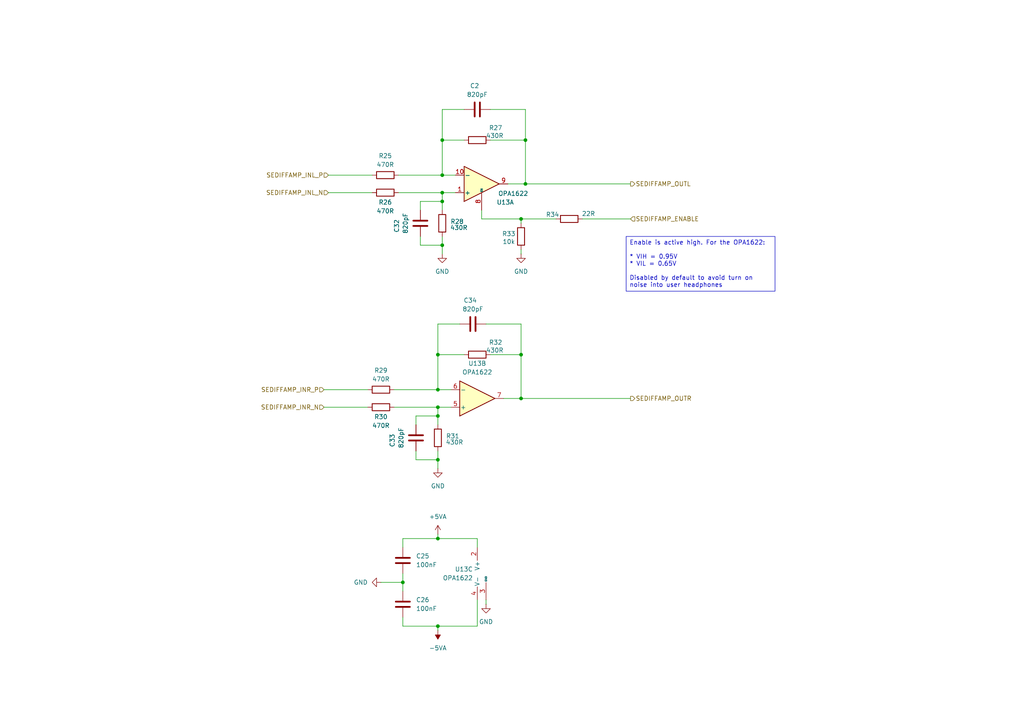
<source format=kicad_sch>
(kicad_sch
	(version 20231120)
	(generator "eeschema")
	(generator_version "8.0")
	(uuid "46046eca-2e97-49c6-b808-f8397cd57470")
	(paper "A4")
	(title_block
		(title "mahaudio HiFi DAC for RPi - Single Ended Difference Amp")
		(date "2024-09-19")
		(rev "1")
		(company "mahaudio")
	)
	(lib_symbols
		(symbol "Amplifier_Audio:OPA1622"
			(pin_names
				(offset 0.127)
			)
			(exclude_from_sim no)
			(in_bom yes)
			(on_board yes)
			(property "Reference" "U"
				(at 3.81 6.35 0)
				(effects
					(font
						(size 1.27 1.27)
					)
					(justify left)
				)
			)
			(property "Value" "OPA1622"
				(at 3.81 3.81 0)
				(effects
					(font
						(size 1.27 1.27)
					)
					(justify left)
				)
			)
			(property "Footprint" "Package_SON:Texas_S-PVSON-N10"
				(at 0 -10.16 0)
				(effects
					(font
						(size 1.27 1.27)
					)
					(hide yes)
				)
			)
			(property "Datasheet" "http://www.ti.com/lit/ds/symlink/opa1622.pdf"
				(at 0 0 0)
				(effects
					(font
						(size 1.27 1.27)
					)
					(hide yes)
				)
			)
			(property "Description" "High-Fidelity, Bipolar-Input, Audio Operational Amplifier, VSON-10"
				(at 0 0 0)
				(effects
					(font
						(size 1.27 1.27)
					)
					(hide yes)
				)
			)
			(property "ki_locked" ""
				(at 0 0 0)
				(effects
					(font
						(size 1.27 1.27)
					)
				)
			)
			(property "ki_keywords" "dual opamp audio"
				(at 0 0 0)
				(effects
					(font
						(size 1.27 1.27)
					)
					(hide yes)
				)
			)
			(property "ki_fp_filters" "Texas*PVSON*"
				(at 0 0 0)
				(effects
					(font
						(size 1.27 1.27)
					)
					(hide yes)
				)
			)
			(symbol "OPA1622_1_1"
				(polyline
					(pts
						(xy -5.08 5.08) (xy 5.08 0) (xy -5.08 -5.08) (xy -5.08 5.08) (xy -5.08 5.08)
					)
					(stroke
						(width 0.254)
						(type default)
					)
					(fill
						(type background)
					)
				)
				(pin input line
					(at -7.62 2.54 0)
					(length 2.54)
					(name "+"
						(effects
							(font
								(size 1.27 1.27)
							)
						)
					)
					(number "1"
						(effects
							(font
								(size 1.27 1.27)
							)
						)
					)
				)
				(pin input line
					(at -7.62 -2.54 0)
					(length 2.54)
					(name "-"
						(effects
							(font
								(size 1.27 1.27)
							)
						)
					)
					(number "10"
						(effects
							(font
								(size 1.27 1.27)
							)
						)
					)
				)
				(pin input line
					(at 0 7.62 270)
					(length 5.08)
					(name "EN"
						(effects
							(font
								(size 0.508 0.508)
							)
						)
					)
					(number "8"
						(effects
							(font
								(size 1.27 1.27)
							)
						)
					)
				)
				(pin output line
					(at 7.62 0 180)
					(length 2.54)
					(name "~"
						(effects
							(font
								(size 1.27 1.27)
							)
						)
					)
					(number "9"
						(effects
							(font
								(size 1.27 1.27)
							)
						)
					)
				)
			)
			(symbol "OPA1622_2_1"
				(polyline
					(pts
						(xy -5.08 5.08) (xy 5.08 0) (xy -5.08 -5.08) (xy -5.08 5.08) (xy -5.08 5.08)
					)
					(stroke
						(width 0.254)
						(type default)
					)
					(fill
						(type background)
					)
				)
				(pin input line
					(at -7.62 2.54 0)
					(length 2.54)
					(name "+"
						(effects
							(font
								(size 1.27 1.27)
							)
						)
					)
					(number "5"
						(effects
							(font
								(size 1.27 1.27)
							)
						)
					)
				)
				(pin input line
					(at -7.62 -2.54 0)
					(length 2.54)
					(name "-"
						(effects
							(font
								(size 1.27 1.27)
							)
						)
					)
					(number "6"
						(effects
							(font
								(size 1.27 1.27)
							)
						)
					)
				)
				(pin output line
					(at 7.62 0 180)
					(length 2.54)
					(name "~"
						(effects
							(font
								(size 1.27 1.27)
							)
						)
					)
					(number "7"
						(effects
							(font
								(size 1.27 1.27)
							)
						)
					)
				)
			)
			(symbol "OPA1622_3_1"
				(pin passive line
					(at -2.54 -7.62 90)
					(length 3.81) hide
					(name "V-"
						(effects
							(font
								(size 1.27 1.27)
							)
						)
					)
					(number "11"
						(effects
							(font
								(size 1.27 1.27)
							)
						)
					)
				)
				(pin power_in line
					(at -2.54 7.62 270)
					(length 3.81)
					(name "V+"
						(effects
							(font
								(size 1.27 1.27)
							)
						)
					)
					(number "2"
						(effects
							(font
								(size 1.27 1.27)
							)
						)
					)
				)
				(pin power_in line
					(at 0 -7.62 90)
					(length 5.08)
					(name "GND"
						(effects
							(font
								(size 0.508 0.508)
							)
						)
					)
					(number "3"
						(effects
							(font
								(size 1.27 1.27)
							)
						)
					)
				)
				(pin power_in line
					(at -2.54 -7.62 90)
					(length 3.81)
					(name "V-"
						(effects
							(font
								(size 1.27 1.27)
							)
						)
					)
					(number "4"
						(effects
							(font
								(size 1.27 1.27)
							)
						)
					)
				)
			)
		)
		(symbol "Device:C"
			(pin_numbers hide)
			(pin_names
				(offset 0.254)
			)
			(exclude_from_sim no)
			(in_bom yes)
			(on_board yes)
			(property "Reference" "C"
				(at 0.635 2.54 0)
				(effects
					(font
						(size 1.27 1.27)
					)
					(justify left)
				)
			)
			(property "Value" "C"
				(at 0.635 -2.54 0)
				(effects
					(font
						(size 1.27 1.27)
					)
					(justify left)
				)
			)
			(property "Footprint" ""
				(at 0.9652 -3.81 0)
				(effects
					(font
						(size 1.27 1.27)
					)
					(hide yes)
				)
			)
			(property "Datasheet" "~"
				(at 0 0 0)
				(effects
					(font
						(size 1.27 1.27)
					)
					(hide yes)
				)
			)
			(property "Description" "Unpolarized capacitor"
				(at 0 0 0)
				(effects
					(font
						(size 1.27 1.27)
					)
					(hide yes)
				)
			)
			(property "ki_keywords" "cap capacitor"
				(at 0 0 0)
				(effects
					(font
						(size 1.27 1.27)
					)
					(hide yes)
				)
			)
			(property "ki_fp_filters" "C_*"
				(at 0 0 0)
				(effects
					(font
						(size 1.27 1.27)
					)
					(hide yes)
				)
			)
			(symbol "C_0_1"
				(polyline
					(pts
						(xy -2.032 -0.762) (xy 2.032 -0.762)
					)
					(stroke
						(width 0.508)
						(type default)
					)
					(fill
						(type none)
					)
				)
				(polyline
					(pts
						(xy -2.032 0.762) (xy 2.032 0.762)
					)
					(stroke
						(width 0.508)
						(type default)
					)
					(fill
						(type none)
					)
				)
			)
			(symbol "C_1_1"
				(pin passive line
					(at 0 3.81 270)
					(length 2.794)
					(name "~"
						(effects
							(font
								(size 1.27 1.27)
							)
						)
					)
					(number "1"
						(effects
							(font
								(size 1.27 1.27)
							)
						)
					)
				)
				(pin passive line
					(at 0 -3.81 90)
					(length 2.794)
					(name "~"
						(effects
							(font
								(size 1.27 1.27)
							)
						)
					)
					(number "2"
						(effects
							(font
								(size 1.27 1.27)
							)
						)
					)
				)
			)
		)
		(symbol "Device:R"
			(pin_numbers hide)
			(pin_names
				(offset 0)
			)
			(exclude_from_sim no)
			(in_bom yes)
			(on_board yes)
			(property "Reference" "R"
				(at 2.032 0 90)
				(effects
					(font
						(size 1.27 1.27)
					)
				)
			)
			(property "Value" "R"
				(at 0 0 90)
				(effects
					(font
						(size 1.27 1.27)
					)
				)
			)
			(property "Footprint" ""
				(at -1.778 0 90)
				(effects
					(font
						(size 1.27 1.27)
					)
					(hide yes)
				)
			)
			(property "Datasheet" "~"
				(at 0 0 0)
				(effects
					(font
						(size 1.27 1.27)
					)
					(hide yes)
				)
			)
			(property "Description" "Resistor"
				(at 0 0 0)
				(effects
					(font
						(size 1.27 1.27)
					)
					(hide yes)
				)
			)
			(property "ki_keywords" "R res resistor"
				(at 0 0 0)
				(effects
					(font
						(size 1.27 1.27)
					)
					(hide yes)
				)
			)
			(property "ki_fp_filters" "R_*"
				(at 0 0 0)
				(effects
					(font
						(size 1.27 1.27)
					)
					(hide yes)
				)
			)
			(symbol "R_0_1"
				(rectangle
					(start -1.016 -2.54)
					(end 1.016 2.54)
					(stroke
						(width 0.254)
						(type default)
					)
					(fill
						(type none)
					)
				)
			)
			(symbol "R_1_1"
				(pin passive line
					(at 0 3.81 270)
					(length 1.27)
					(name "~"
						(effects
							(font
								(size 1.27 1.27)
							)
						)
					)
					(number "1"
						(effects
							(font
								(size 1.27 1.27)
							)
						)
					)
				)
				(pin passive line
					(at 0 -3.81 90)
					(length 1.27)
					(name "~"
						(effects
							(font
								(size 1.27 1.27)
							)
						)
					)
					(number "2"
						(effects
							(font
								(size 1.27 1.27)
							)
						)
					)
				)
			)
		)
		(symbol "power:+12VA"
			(power)
			(pin_numbers hide)
			(pin_names
				(offset 0) hide)
			(exclude_from_sim no)
			(in_bom yes)
			(on_board yes)
			(property "Reference" "#PWR"
				(at 0 -3.81 0)
				(effects
					(font
						(size 1.27 1.27)
					)
					(hide yes)
				)
			)
			(property "Value" "+12VA"
				(at 0 3.556 0)
				(effects
					(font
						(size 1.27 1.27)
					)
				)
			)
			(property "Footprint" ""
				(at 0 0 0)
				(effects
					(font
						(size 1.27 1.27)
					)
					(hide yes)
				)
			)
			(property "Datasheet" ""
				(at 0 0 0)
				(effects
					(font
						(size 1.27 1.27)
					)
					(hide yes)
				)
			)
			(property "Description" "Power symbol creates a global label with name \"+12VA\""
				(at 0 0 0)
				(effects
					(font
						(size 1.27 1.27)
					)
					(hide yes)
				)
			)
			(property "ki_keywords" "global power"
				(at 0 0 0)
				(effects
					(font
						(size 1.27 1.27)
					)
					(hide yes)
				)
			)
			(symbol "+12VA_0_1"
				(polyline
					(pts
						(xy -0.762 1.27) (xy 0 2.54)
					)
					(stroke
						(width 0)
						(type default)
					)
					(fill
						(type none)
					)
				)
				(polyline
					(pts
						(xy 0 0) (xy 0 2.54)
					)
					(stroke
						(width 0)
						(type default)
					)
					(fill
						(type none)
					)
				)
				(polyline
					(pts
						(xy 0 2.54) (xy 0.762 1.27)
					)
					(stroke
						(width 0)
						(type default)
					)
					(fill
						(type none)
					)
				)
			)
			(symbol "+12VA_1_1"
				(pin power_in line
					(at 0 0 90)
					(length 0)
					(name "~"
						(effects
							(font
								(size 1.27 1.27)
							)
						)
					)
					(number "1"
						(effects
							(font
								(size 1.27 1.27)
							)
						)
					)
				)
			)
		)
		(symbol "power:-12VA"
			(power)
			(pin_numbers hide)
			(pin_names
				(offset 0) hide)
			(exclude_from_sim no)
			(in_bom yes)
			(on_board yes)
			(property "Reference" "#PWR"
				(at 0 -3.81 0)
				(effects
					(font
						(size 1.27 1.27)
					)
					(hide yes)
				)
			)
			(property "Value" "-12VA"
				(at 0 3.556 0)
				(effects
					(font
						(size 1.27 1.27)
					)
				)
			)
			(property "Footprint" ""
				(at 0 0 0)
				(effects
					(font
						(size 1.27 1.27)
					)
					(hide yes)
				)
			)
			(property "Datasheet" ""
				(at 0 0 0)
				(effects
					(font
						(size 1.27 1.27)
					)
					(hide yes)
				)
			)
			(property "Description" "Power symbol creates a global label with name \"-12VA\""
				(at 0 0 0)
				(effects
					(font
						(size 1.27 1.27)
					)
					(hide yes)
				)
			)
			(property "ki_keywords" "global power"
				(at 0 0 0)
				(effects
					(font
						(size 1.27 1.27)
					)
					(hide yes)
				)
			)
			(symbol "-12VA_0_0"
				(pin power_in line
					(at 0 0 90)
					(length 0)
					(name "~"
						(effects
							(font
								(size 1.27 1.27)
							)
						)
					)
					(number "1"
						(effects
							(font
								(size 1.27 1.27)
							)
						)
					)
				)
			)
			(symbol "-12VA_0_1"
				(polyline
					(pts
						(xy 0 0) (xy 0 1.27) (xy 0.762 1.27) (xy 0 2.54) (xy -0.762 1.27) (xy 0 1.27)
					)
					(stroke
						(width 0)
						(type default)
					)
					(fill
						(type outline)
					)
				)
			)
		)
		(symbol "power:GND"
			(power)
			(pin_numbers hide)
			(pin_names
				(offset 0) hide)
			(exclude_from_sim no)
			(in_bom yes)
			(on_board yes)
			(property "Reference" "#PWR"
				(at 0 -6.35 0)
				(effects
					(font
						(size 1.27 1.27)
					)
					(hide yes)
				)
			)
			(property "Value" "GND"
				(at 0 -3.81 0)
				(effects
					(font
						(size 1.27 1.27)
					)
				)
			)
			(property "Footprint" ""
				(at 0 0 0)
				(effects
					(font
						(size 1.27 1.27)
					)
					(hide yes)
				)
			)
			(property "Datasheet" ""
				(at 0 0 0)
				(effects
					(font
						(size 1.27 1.27)
					)
					(hide yes)
				)
			)
			(property "Description" "Power symbol creates a global label with name \"GND\" , ground"
				(at 0 0 0)
				(effects
					(font
						(size 1.27 1.27)
					)
					(hide yes)
				)
			)
			(property "ki_keywords" "global power"
				(at 0 0 0)
				(effects
					(font
						(size 1.27 1.27)
					)
					(hide yes)
				)
			)
			(symbol "GND_0_1"
				(polyline
					(pts
						(xy 0 0) (xy 0 -1.27) (xy 1.27 -1.27) (xy 0 -2.54) (xy -1.27 -1.27) (xy 0 -1.27)
					)
					(stroke
						(width 0)
						(type default)
					)
					(fill
						(type none)
					)
				)
			)
			(symbol "GND_1_1"
				(pin power_in line
					(at 0 0 270)
					(length 0)
					(name "~"
						(effects
							(font
								(size 1.27 1.27)
							)
						)
					)
					(number "1"
						(effects
							(font
								(size 1.27 1.27)
							)
						)
					)
				)
			)
		)
	)
	(junction
		(at 127 133.35)
		(diameter 0)
		(color 0 0 0 0)
		(uuid "00209cdc-5f95-4d0c-b850-ae9a94679e1d")
	)
	(junction
		(at 116.84 168.91)
		(diameter 0)
		(color 0 0 0 0)
		(uuid "03d2e77c-b64f-4d26-8462-1eebedafce91")
	)
	(junction
		(at 128.27 58.42)
		(diameter 0)
		(color 0 0 0 0)
		(uuid "09bb4b98-2602-4cf5-abc1-4bf85bfd361e")
	)
	(junction
		(at 127 156.21)
		(diameter 0)
		(color 0 0 0 0)
		(uuid "0e18b3e5-41f7-41b8-95a9-3cc91aeff33e")
	)
	(junction
		(at 127 118.11)
		(diameter 0)
		(color 0 0 0 0)
		(uuid "1ce6a146-2ed8-4f76-b402-703f266281fd")
	)
	(junction
		(at 151.13 115.57)
		(diameter 0)
		(color 0 0 0 0)
		(uuid "1eca04ec-39eb-44ba-ba25-8d1c165f1242")
	)
	(junction
		(at 151.13 102.87)
		(diameter 0)
		(color 0 0 0 0)
		(uuid "1edf3ebb-a8b5-49e8-82aa-7b6375aa7c05")
	)
	(junction
		(at 152.4 40.64)
		(diameter 0)
		(color 0 0 0 0)
		(uuid "23737c2d-92c0-4e84-9337-12fe9d7e9e19")
	)
	(junction
		(at 128.27 55.88)
		(diameter 0)
		(color 0 0 0 0)
		(uuid "2659d458-5cdc-45da-8082-2666b3dd0661")
	)
	(junction
		(at 128.27 40.64)
		(diameter 0)
		(color 0 0 0 0)
		(uuid "3080e3e7-0384-4267-99bc-3f7a00464c72")
	)
	(junction
		(at 127 181.61)
		(diameter 0)
		(color 0 0 0 0)
		(uuid "3be85d2c-550f-4c26-bd47-55bad33dd5ff")
	)
	(junction
		(at 152.4 53.34)
		(diameter 0)
		(color 0 0 0 0)
		(uuid "5960ef28-ac1f-47bb-95c1-ac4452735d1e")
	)
	(junction
		(at 127 120.65)
		(diameter 0)
		(color 0 0 0 0)
		(uuid "7ac3968c-3f46-46cb-a68a-13445b54bf74")
	)
	(junction
		(at 127 113.03)
		(diameter 0)
		(color 0 0 0 0)
		(uuid "8be5e3a6-9983-4875-873e-9c6041678ac3")
	)
	(junction
		(at 128.27 71.12)
		(diameter 0)
		(color 0 0 0 0)
		(uuid "95984ab7-0479-4287-b4e7-86e32f7220d9")
	)
	(junction
		(at 127 102.87)
		(diameter 0)
		(color 0 0 0 0)
		(uuid "bfa0424f-2449-4c10-b1c1-a265bb3c2da2")
	)
	(junction
		(at 128.27 50.8)
		(diameter 0)
		(color 0 0 0 0)
		(uuid "df24d307-b1bf-4449-b749-0ffab479e87c")
	)
	(junction
		(at 151.13 63.5)
		(diameter 0)
		(color 0 0 0 0)
		(uuid "e47b3153-80c3-421d-9deb-348b08d5ba05")
	)
	(wire
		(pts
			(xy 120.65 120.65) (xy 127 120.65)
		)
		(stroke
			(width 0)
			(type default)
		)
		(uuid "01a19dac-04cd-4fc7-a7a9-1c47f9427f71")
	)
	(wire
		(pts
			(xy 142.24 40.64) (xy 152.4 40.64)
		)
		(stroke
			(width 0)
			(type default)
		)
		(uuid "01eacb43-c9f4-44c7-a88f-07818cb5580a")
	)
	(wire
		(pts
			(xy 142.24 102.87) (xy 151.13 102.87)
		)
		(stroke
			(width 0)
			(type default)
		)
		(uuid "11c9fc62-4648-4f2e-bf90-e9e886e9a4e3")
	)
	(wire
		(pts
			(xy 120.65 130.81) (xy 120.65 133.35)
		)
		(stroke
			(width 0)
			(type default)
		)
		(uuid "12926372-0cb6-43a9-a0ba-02eb8eaf4686")
	)
	(wire
		(pts
			(xy 151.13 115.57) (xy 146.05 115.57)
		)
		(stroke
			(width 0)
			(type default)
		)
		(uuid "17bf702f-315e-4f16-bc43-f3d2d225879b")
	)
	(wire
		(pts
			(xy 114.3 113.03) (xy 127 113.03)
		)
		(stroke
			(width 0)
			(type default)
		)
		(uuid "1c2834fb-557d-41f8-8238-34aa43331a91")
	)
	(wire
		(pts
			(xy 134.62 102.87) (xy 127 102.87)
		)
		(stroke
			(width 0)
			(type default)
		)
		(uuid "1e9b5d22-dc8f-468c-9f21-eeca32bb4a69")
	)
	(wire
		(pts
			(xy 151.13 93.98) (xy 151.13 102.87)
		)
		(stroke
			(width 0)
			(type default)
		)
		(uuid "2472f716-53d6-43bf-a358-03db28b9bd17")
	)
	(wire
		(pts
			(xy 152.4 31.75) (xy 152.4 40.64)
		)
		(stroke
			(width 0)
			(type default)
		)
		(uuid "255ce66f-4d34-4194-a0a8-e4f85937af58")
	)
	(wire
		(pts
			(xy 127 118.11) (xy 130.81 118.11)
		)
		(stroke
			(width 0)
			(type default)
		)
		(uuid "27bb87fe-4257-461e-b860-72d004b6d8f0")
	)
	(wire
		(pts
			(xy 134.62 40.64) (xy 128.27 40.64)
		)
		(stroke
			(width 0)
			(type default)
		)
		(uuid "322212ae-2d25-4468-9b63-53dd3e6a27f9")
	)
	(wire
		(pts
			(xy 121.92 60.96) (xy 121.92 58.42)
		)
		(stroke
			(width 0)
			(type default)
		)
		(uuid "3317450a-2aec-46cb-9aad-6d7312449abc")
	)
	(wire
		(pts
			(xy 128.27 55.88) (xy 128.27 58.42)
		)
		(stroke
			(width 0)
			(type default)
		)
		(uuid "35bcbc63-d2f8-45f4-9dcb-f266b15ceb4b")
	)
	(wire
		(pts
			(xy 127 156.21) (xy 138.43 156.21)
		)
		(stroke
			(width 0)
			(type default)
		)
		(uuid "36a2d0f8-e343-4de0-b306-83b6a742f0bb")
	)
	(wire
		(pts
			(xy 127 102.87) (xy 127 113.03)
		)
		(stroke
			(width 0)
			(type default)
		)
		(uuid "36dba90c-9bc1-4e25-85d8-880b168bda99")
	)
	(wire
		(pts
			(xy 128.27 71.12) (xy 128.27 73.66)
		)
		(stroke
			(width 0)
			(type default)
		)
		(uuid "44a3b478-ad79-44aa-bb8f-941de520f37c")
	)
	(wire
		(pts
			(xy 127 133.35) (xy 127 135.89)
		)
		(stroke
			(width 0)
			(type default)
		)
		(uuid "4606d6a3-951f-458a-b3b5-375b4bd140c0")
	)
	(wire
		(pts
			(xy 95.25 50.8) (xy 107.95 50.8)
		)
		(stroke
			(width 0)
			(type default)
		)
		(uuid "48cc73ae-3d12-454c-bb9a-a0adc9261a32")
	)
	(wire
		(pts
			(xy 138.43 181.61) (xy 138.43 173.99)
		)
		(stroke
			(width 0)
			(type default)
		)
		(uuid "4cdb30e5-a397-4200-8d60-c4032eb962d3")
	)
	(wire
		(pts
			(xy 127 130.81) (xy 127 133.35)
		)
		(stroke
			(width 0)
			(type default)
		)
		(uuid "5266d226-5533-4d51-bc29-7af67adff4c2")
	)
	(wire
		(pts
			(xy 127 182.88) (xy 127 181.61)
		)
		(stroke
			(width 0)
			(type default)
		)
		(uuid "52dc5506-4985-4179-9b1c-a5929c2d1ff9")
	)
	(wire
		(pts
			(xy 115.57 55.88) (xy 128.27 55.88)
		)
		(stroke
			(width 0)
			(type default)
		)
		(uuid "5790d1c6-b315-4c57-9bfc-f13c3161d33e")
	)
	(wire
		(pts
			(xy 152.4 53.34) (xy 147.32 53.34)
		)
		(stroke
			(width 0)
			(type default)
		)
		(uuid "59d82ca7-3308-471d-b72e-19c1fc6058f0")
	)
	(wire
		(pts
			(xy 151.13 102.87) (xy 151.13 115.57)
		)
		(stroke
			(width 0)
			(type default)
		)
		(uuid "5d1559f9-4265-49cb-b20a-60544a56e47b")
	)
	(wire
		(pts
			(xy 121.92 58.42) (xy 128.27 58.42)
		)
		(stroke
			(width 0)
			(type default)
		)
		(uuid "5fcbd51d-60f7-40e8-b61f-16321cf002bd")
	)
	(wire
		(pts
			(xy 128.27 55.88) (xy 132.08 55.88)
		)
		(stroke
			(width 0)
			(type default)
		)
		(uuid "61dad29c-da26-4e9a-acb8-76d7bb52cc39")
	)
	(wire
		(pts
			(xy 152.4 53.34) (xy 182.88 53.34)
		)
		(stroke
			(width 0)
			(type default)
		)
		(uuid "646bc3b8-b79f-440d-a21f-6b9d50785eb2")
	)
	(wire
		(pts
			(xy 116.84 181.61) (xy 127 181.61)
		)
		(stroke
			(width 0)
			(type default)
		)
		(uuid "651faaa1-fa0a-49f6-a28c-915db94d10a9")
	)
	(wire
		(pts
			(xy 120.65 120.65) (xy 120.65 123.19)
		)
		(stroke
			(width 0)
			(type default)
		)
		(uuid "68b5fbc2-64b3-4a21-ab11-8527f4c82b11")
	)
	(wire
		(pts
			(xy 140.97 173.99) (xy 140.97 175.26)
		)
		(stroke
			(width 0)
			(type default)
		)
		(uuid "693167ef-fb1b-4409-9513-a90b96a4d39f")
	)
	(wire
		(pts
			(xy 93.98 113.03) (xy 106.68 113.03)
		)
		(stroke
			(width 0)
			(type default)
		)
		(uuid "69bb23f8-d8bb-455d-8073-54207d560d21")
	)
	(wire
		(pts
			(xy 127 118.11) (xy 127 120.65)
		)
		(stroke
			(width 0)
			(type default)
		)
		(uuid "6fa04f12-31b6-4965-aa6b-6a1d1337973d")
	)
	(wire
		(pts
			(xy 128.27 31.75) (xy 128.27 40.64)
		)
		(stroke
			(width 0)
			(type default)
		)
		(uuid "78463bb1-5ea8-470d-ae59-77b24e7943fe")
	)
	(wire
		(pts
			(xy 128.27 50.8) (xy 132.08 50.8)
		)
		(stroke
			(width 0)
			(type default)
		)
		(uuid "7940dcd5-9dbf-47fc-b6b1-ce36882beea1")
	)
	(wire
		(pts
			(xy 93.98 118.11) (xy 106.68 118.11)
		)
		(stroke
			(width 0)
			(type default)
		)
		(uuid "7eda7acc-bd1f-4700-98d5-0b8d0e66db79")
	)
	(wire
		(pts
			(xy 116.84 179.07) (xy 116.84 181.61)
		)
		(stroke
			(width 0)
			(type default)
		)
		(uuid "856da576-5f1f-42bd-a5aa-d478e2630255")
	)
	(wire
		(pts
			(xy 116.84 166.37) (xy 116.84 168.91)
		)
		(stroke
			(width 0)
			(type default)
		)
		(uuid "8ab48819-93c1-4b7a-98dc-3b283101cc9e")
	)
	(wire
		(pts
			(xy 152.4 40.64) (xy 152.4 53.34)
		)
		(stroke
			(width 0)
			(type default)
		)
		(uuid "91ca55dc-e26f-4314-9f58-4f8c1f9a7e3a")
	)
	(wire
		(pts
			(xy 116.84 158.75) (xy 116.84 156.21)
		)
		(stroke
			(width 0)
			(type default)
		)
		(uuid "9380ebf3-6c6d-4c3e-9972-fe48c6990240")
	)
	(wire
		(pts
			(xy 139.7 63.5) (xy 151.13 63.5)
		)
		(stroke
			(width 0)
			(type default)
		)
		(uuid "9c16bbcf-9f2b-4418-808c-ae8591696c39")
	)
	(wire
		(pts
			(xy 139.7 60.96) (xy 139.7 63.5)
		)
		(stroke
			(width 0)
			(type default)
		)
		(uuid "9c302c2f-1c25-4386-9520-bed8f44066e1")
	)
	(wire
		(pts
			(xy 140.97 93.98) (xy 151.13 93.98)
		)
		(stroke
			(width 0)
			(type default)
		)
		(uuid "ab65e285-f0c2-4998-a341-5c58f5e4f522")
	)
	(wire
		(pts
			(xy 134.62 31.75) (xy 128.27 31.75)
		)
		(stroke
			(width 0)
			(type default)
		)
		(uuid "b1cc3a95-23de-4306-a43c-b750a13a0623")
	)
	(wire
		(pts
			(xy 116.84 156.21) (xy 127 156.21)
		)
		(stroke
			(width 0)
			(type default)
		)
		(uuid "b2538bda-2018-4d8b-b062-a8451c96b5ca")
	)
	(wire
		(pts
			(xy 128.27 58.42) (xy 128.27 60.96)
		)
		(stroke
			(width 0)
			(type default)
		)
		(uuid "b27c3a38-83ed-407a-967e-42495433789d")
	)
	(wire
		(pts
			(xy 127 113.03) (xy 130.81 113.03)
		)
		(stroke
			(width 0)
			(type default)
		)
		(uuid "b34cfb60-9dd4-484b-92ea-5005018ca13e")
	)
	(wire
		(pts
			(xy 128.27 68.58) (xy 128.27 71.12)
		)
		(stroke
			(width 0)
			(type default)
		)
		(uuid "bc88c28e-be2d-4143-9b19-71d8311c0d5e")
	)
	(wire
		(pts
			(xy 138.43 156.21) (xy 138.43 158.75)
		)
		(stroke
			(width 0)
			(type default)
		)
		(uuid "bf078cd4-284e-4333-a41a-6a8674fd3c36")
	)
	(wire
		(pts
			(xy 127 154.94) (xy 127 156.21)
		)
		(stroke
			(width 0)
			(type default)
		)
		(uuid "c9746e04-29b7-45a5-9cd2-8b6740db059d")
	)
	(wire
		(pts
			(xy 151.13 115.57) (xy 182.88 115.57)
		)
		(stroke
			(width 0)
			(type default)
		)
		(uuid "ca9f100f-1446-49b6-87ce-623305b7b27d")
	)
	(wire
		(pts
			(xy 114.3 118.11) (xy 127 118.11)
		)
		(stroke
			(width 0)
			(type default)
		)
		(uuid "ccd4909d-6c30-47c0-b9dd-af3b2209c935")
	)
	(wire
		(pts
			(xy 115.57 50.8) (xy 128.27 50.8)
		)
		(stroke
			(width 0)
			(type default)
		)
		(uuid "ccda0e4a-5b56-43a2-b578-a1ef619083c3")
	)
	(wire
		(pts
			(xy 95.25 55.88) (xy 107.95 55.88)
		)
		(stroke
			(width 0)
			(type default)
		)
		(uuid "d1a1a16f-39a4-46d5-92c7-32fbb677b8a2")
	)
	(wire
		(pts
			(xy 151.13 72.39) (xy 151.13 73.66)
		)
		(stroke
			(width 0)
			(type default)
		)
		(uuid "d51f9ff0-9948-45b7-bd9d-f57235d60eab")
	)
	(wire
		(pts
			(xy 120.65 133.35) (xy 127 133.35)
		)
		(stroke
			(width 0)
			(type default)
		)
		(uuid "d5355ba6-cfb8-4190-93ce-ba0cfc6c2557")
	)
	(wire
		(pts
			(xy 142.24 31.75) (xy 152.4 31.75)
		)
		(stroke
			(width 0)
			(type default)
		)
		(uuid "d8667a72-2122-4018-a9e2-2fed5915e803")
	)
	(wire
		(pts
			(xy 128.27 40.64) (xy 128.27 50.8)
		)
		(stroke
			(width 0)
			(type default)
		)
		(uuid "d8cdbd44-9d56-4149-8838-7b5c14823ee2")
	)
	(wire
		(pts
			(xy 127 181.61) (xy 138.43 181.61)
		)
		(stroke
			(width 0)
			(type default)
		)
		(uuid "df2c06fa-9c8b-43ad-bdd1-9c6727263d3d")
	)
	(wire
		(pts
			(xy 121.92 71.12) (xy 128.27 71.12)
		)
		(stroke
			(width 0)
			(type default)
		)
		(uuid "e08212d8-bbbb-4e1b-b614-ddccac70c61c")
	)
	(wire
		(pts
			(xy 151.13 63.5) (xy 161.29 63.5)
		)
		(stroke
			(width 0)
			(type default)
		)
		(uuid "e2d78293-fd19-4662-bc63-bd701bbd011a")
	)
	(wire
		(pts
			(xy 110.49 168.91) (xy 116.84 168.91)
		)
		(stroke
			(width 0)
			(type default)
		)
		(uuid "e6202395-5749-4ff3-a5e0-19f37003fa40")
	)
	(wire
		(pts
			(xy 127 120.65) (xy 127 123.19)
		)
		(stroke
			(width 0)
			(type default)
		)
		(uuid "e878404c-fca9-4cae-9a06-bf4e0c6553c7")
	)
	(wire
		(pts
			(xy 116.84 168.91) (xy 116.84 171.45)
		)
		(stroke
			(width 0)
			(type default)
		)
		(uuid "ea5557ee-dc24-4e6f-98a2-bf7b259ee2ab")
	)
	(wire
		(pts
			(xy 127 93.98) (xy 127 102.87)
		)
		(stroke
			(width 0)
			(type default)
		)
		(uuid "ed2b3a66-59d8-4bda-b944-d2a882350133")
	)
	(wire
		(pts
			(xy 168.91 63.5) (xy 182.88 63.5)
		)
		(stroke
			(width 0)
			(type default)
		)
		(uuid "f0f1dd93-cbe8-4971-8857-28a9e8ecce77")
	)
	(wire
		(pts
			(xy 121.92 68.58) (xy 121.92 71.12)
		)
		(stroke
			(width 0)
			(type default)
		)
		(uuid "f47ae901-5f54-40a8-967d-9ba3fa40066e")
	)
	(wire
		(pts
			(xy 133.35 93.98) (xy 127 93.98)
		)
		(stroke
			(width 0)
			(type default)
		)
		(uuid "f4c31a7c-a071-46bb-b313-d53458f8cd2b")
	)
	(wire
		(pts
			(xy 151.13 64.77) (xy 151.13 63.5)
		)
		(stroke
			(width 0)
			(type default)
		)
		(uuid "ff10d24a-a437-46af-bdf1-eb8ca4819245")
	)
	(text_box "Enable is active high. For the OPA1622:\n\n* VIH = 0.95V\n* VIL = 0.65V\n\nDisabled by default to avoid turn on noise into user headphones"
		(exclude_from_sim no)
		(at 181.61 68.58 0)
		(size 43.18 15.875)
		(stroke
			(width 0)
			(type default)
		)
		(fill
			(type none)
		)
		(effects
			(font
				(size 1.27 1.27)
			)
			(justify left top)
		)
		(uuid "b4b8edcd-3362-4505-a287-2da8204220aa")
	)
	(hierarchical_label "SEDIFFAMP_OUTR"
		(shape output)
		(at 182.88 115.57 0)
		(effects
			(font
				(size 1.27 1.27)
			)
			(justify left)
		)
		(uuid "2008b756-ac0a-4943-9d6a-937c5c445f47")
	)
	(hierarchical_label "SEDIFFAMP_INR_P"
		(shape input)
		(at 93.98 113.03 180)
		(effects
			(font
				(size 1.27 1.27)
			)
			(justify right)
		)
		(uuid "21317042-f3cd-4bdd-a6fc-0a8bbdfb9a0c")
	)
	(hierarchical_label "SEDIFFAMP_OUTL"
		(shape output)
		(at 182.88 53.34 0)
		(effects
			(font
				(size 1.27 1.27)
			)
			(justify left)
		)
		(uuid "6a420f12-db99-4495-9c8e-e58b214a4887")
	)
	(hierarchical_label "SEDIFFAMP_INR_N"
		(shape input)
		(at 93.98 118.11 180)
		(effects
			(font
				(size 1.27 1.27)
			)
			(justify right)
		)
		(uuid "8f4f59f1-9c0d-4907-aec9-a259225084ab")
	)
	(hierarchical_label "SEDIFFAMP_INL_P"
		(shape input)
		(at 95.25 50.8 180)
		(effects
			(font
				(size 1.27 1.27)
			)
			(justify right)
		)
		(uuid "adcc13dd-cc6b-4424-9ca0-4ccf0c7312ae")
	)
	(hierarchical_label "SEDIFFAMP_INL_N"
		(shape input)
		(at 95.25 55.88 180)
		(effects
			(font
				(size 1.27 1.27)
			)
			(justify right)
		)
		(uuid "c51d0072-64c9-4b42-be93-8bb84bfbeeb5")
	)
	(hierarchical_label "SEDIFFAMP_ENABLE"
		(shape input)
		(at 182.88 63.5 0)
		(effects
			(font
				(size 1.27 1.27)
			)
			(justify left)
		)
		(uuid "cf69d940-70db-4424-82c4-1c782763c04c")
	)
	(symbol
		(lib_id "power:+12VA")
		(at 127 154.94 0)
		(unit 1)
		(exclude_from_sim no)
		(in_bom yes)
		(on_board yes)
		(dnp no)
		(fields_autoplaced yes)
		(uuid "083aab8f-c956-49fd-aa6e-c226e84e33b1")
		(property "Reference" "#PWR033"
			(at 127 158.75 0)
			(effects
				(font
					(size 1.27 1.27)
				)
				(hide yes)
			)
		)
		(property "Value" "+5VA"
			(at 127 149.86 0)
			(effects
				(font
					(size 1.27 1.27)
				)
			)
		)
		(property "Footprint" ""
			(at 127 154.94 0)
			(effects
				(font
					(size 1.27 1.27)
				)
				(hide yes)
			)
		)
		(property "Datasheet" ""
			(at 127 154.94 0)
			(effects
				(font
					(size 1.27 1.27)
				)
				(hide yes)
			)
		)
		(property "Description" "Power symbol creates a global label with name \"+12VA\""
			(at 127 154.94 0)
			(effects
				(font
					(size 1.27 1.27)
				)
				(hide yes)
			)
		)
		(pin "1"
			(uuid "e7452b9d-b9c3-4a87-95c7-8e8244287aaf")
		)
		(instances
			(project "mhd314"
				(path "/afee45fc-2361-4efb-9cde-757fc2efd57b/913309c3-489c-42b3-afc6-179d92cffcea/e26c83d8-adef-4edb-bc93-065fe5f245aa"
					(reference "#PWR033")
					(unit 1)
				)
			)
		)
	)
	(symbol
		(lib_id "Device:R")
		(at 151.13 68.58 180)
		(unit 1)
		(exclude_from_sim no)
		(in_bom yes)
		(on_board yes)
		(dnp no)
		(uuid "0ffae088-99b3-49f5-955a-316448eab608")
		(property "Reference" "R33"
			(at 147.574 67.818 0)
			(effects
				(font
					(size 1.27 1.27)
				)
			)
		)
		(property "Value" "10k"
			(at 147.574 70.104 0)
			(effects
				(font
					(size 1.27 1.27)
				)
			)
		)
		(property "Footprint" "Resistor_SMD:R_0402_1005Metric_Pad0.72x0.64mm_HandSolder"
			(at 152.908 68.58 90)
			(effects
				(font
					(size 1.27 1.27)
				)
				(hide yes)
			)
		)
		(property "Datasheet" "~"
			(at 151.13 68.58 0)
			(effects
				(font
					(size 1.27 1.27)
				)
				(hide yes)
			)
		)
		(property "Description" "Resistor"
			(at 151.13 68.58 0)
			(effects
				(font
					(size 1.27 1.27)
				)
				(hide yes)
			)
		)
		(property "Tolerance" "5%"
			(at 151.13 68.58 0)
			(effects
				(font
					(size 1.27 1.27)
				)
				(hide yes)
			)
		)
		(property "JLCPCB Part #" "C25744"
			(at 151.13 68.58 0)
			(effects
				(font
					(size 1.27 1.27)
				)
				(hide yes)
			)
		)
		(pin "2"
			(uuid "8a81e28b-3a98-4f2c-ba77-dd7884edf4f0")
		)
		(pin "1"
			(uuid "d938206a-bb20-41e0-9722-3b58a3e7faa1")
		)
		(instances
			(project "mhd314"
				(path "/afee45fc-2361-4efb-9cde-757fc2efd57b/913309c3-489c-42b3-afc6-179d92cffcea/e26c83d8-adef-4edb-bc93-065fe5f245aa"
					(reference "R33")
					(unit 1)
				)
			)
		)
	)
	(symbol
		(lib_id "Amplifier_Audio:OPA1622")
		(at 140.97 166.37 0)
		(unit 3)
		(exclude_from_sim no)
		(in_bom yes)
		(on_board yes)
		(dnp no)
		(fields_autoplaced yes)
		(uuid "146e0505-a007-4489-983c-20af9b2e7537")
		(property "Reference" "U13"
			(at 137.16 165.0999 0)
			(effects
				(font
					(size 1.27 1.27)
				)
				(justify right)
			)
		)
		(property "Value" "OPA1622"
			(at 137.16 167.6399 0)
			(effects
				(font
					(size 1.27 1.27)
				)
				(justify right)
			)
		)
		(property "Footprint" "Package_SON:Texas_S-PVSON-N10"
			(at 140.97 176.53 0)
			(effects
				(font
					(size 1.27 1.27)
				)
				(hide yes)
			)
		)
		(property "Datasheet" "http://www.ti.com/lit/ds/symlink/opa1622.pdf"
			(at 140.97 166.37 0)
			(effects
				(font
					(size 1.27 1.27)
				)
				(hide yes)
			)
		)
		(property "Description" "High-Fidelity, Bipolar-Input, Audio Operational Amplifier, VSON-10"
			(at 140.97 166.37 0)
			(effects
				(font
					(size 1.27 1.27)
				)
				(hide yes)
			)
		)
		(property "JLCPCB Part #" "C2876559"
			(at 140.97 166.37 0)
			(effects
				(font
					(size 1.27 1.27)
				)
				(hide yes)
			)
		)
		(pin "4"
			(uuid "ad846b2d-52f1-4ab4-b4d6-412d0da28ad7")
		)
		(pin "1"
			(uuid "9e182f65-e719-4c8e-869c-d24ccf2f6835")
		)
		(pin "2"
			(uuid "bcd8dffe-7e0e-4a2d-bcc3-72b98b765587")
		)
		(pin "10"
			(uuid "33f8b25a-12a8-4a21-9b0e-50a25613651e")
		)
		(pin "3"
			(uuid "0b6b1346-1dc7-48e6-b005-cafecdbcf7c6")
		)
		(pin "8"
			(uuid "580670e2-a221-4adc-9a55-dd31a51343e8")
		)
		(pin "6"
			(uuid "3cf0ca56-756b-44a2-b8ee-07f29f9a87b4")
		)
		(pin "9"
			(uuid "bfdefe60-449e-4758-ad2a-afca943d75f5")
		)
		(pin "11"
			(uuid "0132a04b-3799-43c4-b851-0fec937bc87c")
		)
		(pin "7"
			(uuid "92fd1183-a34a-420a-829b-fe847fbaaca9")
		)
		(pin "5"
			(uuid "b47a80d0-bf77-4733-b935-7c7e51b6f5ed")
		)
		(instances
			(project "mhd314"
				(path "/afee45fc-2361-4efb-9cde-757fc2efd57b/913309c3-489c-42b3-afc6-179d92cffcea/e26c83d8-adef-4edb-bc93-065fe5f245aa"
					(reference "U13")
					(unit 3)
				)
			)
		)
	)
	(symbol
		(lib_id "Amplifier_Audio:OPA1622")
		(at 138.43 115.57 0)
		(mirror x)
		(unit 2)
		(exclude_from_sim no)
		(in_bom yes)
		(on_board yes)
		(dnp no)
		(fields_autoplaced yes)
		(uuid "1a617444-8095-4da8-9f33-cc5ec80f6772")
		(property "Reference" "U13"
			(at 138.43 105.41 0)
			(effects
				(font
					(size 1.27 1.27)
				)
			)
		)
		(property "Value" "OPA1622"
			(at 138.43 107.95 0)
			(effects
				(font
					(size 1.27 1.27)
				)
			)
		)
		(property "Footprint" "Package_SON:Texas_S-PVSON-N10"
			(at 138.43 105.41 0)
			(effects
				(font
					(size 1.27 1.27)
				)
				(hide yes)
			)
		)
		(property "Datasheet" "http://www.ti.com/lit/ds/symlink/opa1622.pdf"
			(at 138.43 115.57 0)
			(effects
				(font
					(size 1.27 1.27)
				)
				(hide yes)
			)
		)
		(property "Description" "High-Fidelity, Bipolar-Input, Audio Operational Amplifier, VSON-10"
			(at 138.43 115.57 0)
			(effects
				(font
					(size 1.27 1.27)
				)
				(hide yes)
			)
		)
		(property "JLCPCB Part #" "C2876559"
			(at 138.43 115.57 0)
			(effects
				(font
					(size 1.27 1.27)
				)
				(hide yes)
			)
		)
		(pin "4"
			(uuid "41506405-5059-487d-8f4f-d95957b202c4")
		)
		(pin "1"
			(uuid "9e182f65-e719-4c8e-869c-d24ccf2f6836")
		)
		(pin "2"
			(uuid "0103e695-15e3-4f42-bd56-069873d30e14")
		)
		(pin "10"
			(uuid "33f8b25a-12a8-4a21-9b0e-50a25613651f")
		)
		(pin "3"
			(uuid "f341d2c9-a6f2-4045-81de-69a52575eff1")
		)
		(pin "8"
			(uuid "580670e2-a221-4adc-9a55-dd31a51343e9")
		)
		(pin "6"
			(uuid "3cf0ca56-756b-44a2-b8ee-07f29f9a87b5")
		)
		(pin "9"
			(uuid "bfdefe60-449e-4758-ad2a-afca943d75f6")
		)
		(pin "11"
			(uuid "2cbeaf91-ea13-4099-bd70-49c92146888f")
		)
		(pin "7"
			(uuid "92fd1183-a34a-420a-829b-fe847fbaacaa")
		)
		(pin "5"
			(uuid "b47a80d0-bf77-4733-b935-7c7e51b6f5ee")
		)
		(instances
			(project "mhd314"
				(path "/afee45fc-2361-4efb-9cde-757fc2efd57b/913309c3-489c-42b3-afc6-179d92cffcea/e26c83d8-adef-4edb-bc93-065fe5f245aa"
					(reference "U13")
					(unit 2)
				)
			)
		)
	)
	(symbol
		(lib_id "Amplifier_Audio:OPA1622")
		(at 139.7 53.34 0)
		(mirror x)
		(unit 1)
		(exclude_from_sim no)
		(in_bom yes)
		(on_board yes)
		(dnp no)
		(uuid "1c525243-e325-45a6-8e13-c55cbb90a799")
		(property "Reference" "U13"
			(at 146.558 58.674 0)
			(effects
				(font
					(size 1.27 1.27)
				)
			)
		)
		(property "Value" "OPA1622"
			(at 148.844 56.134 0)
			(effects
				(font
					(size 1.27 1.27)
				)
			)
		)
		(property "Footprint" "Package_SON:Texas_S-PVSON-N10"
			(at 139.7 43.18 0)
			(effects
				(font
					(size 1.27 1.27)
				)
				(hide yes)
			)
		)
		(property "Datasheet" "http://www.ti.com/lit/ds/symlink/opa1622.pdf"
			(at 139.7 53.34 0)
			(effects
				(font
					(size 1.27 1.27)
				)
				(hide yes)
			)
		)
		(property "Description" "High-Fidelity, Bipolar-Input, Audio Operational Amplifier, VSON-10"
			(at 139.7 53.34 0)
			(effects
				(font
					(size 1.27 1.27)
				)
				(hide yes)
			)
		)
		(property "JLCPCB Part #" "C2876559"
			(at 139.7 53.34 0)
			(effects
				(font
					(size 1.27 1.27)
				)
				(hide yes)
			)
		)
		(pin "4"
			(uuid "41506405-5059-487d-8f4f-d95957b202c5")
		)
		(pin "1"
			(uuid "cab61131-6e3b-4731-8b4a-b1d1c69676e3")
		)
		(pin "2"
			(uuid "0103e695-15e3-4f42-bd56-069873d30e15")
		)
		(pin "10"
			(uuid "9c178708-a501-4a1e-b28e-7c2c0f083b6e")
		)
		(pin "3"
			(uuid "f341d2c9-a6f2-4045-81de-69a52575eff2")
		)
		(pin "8"
			(uuid "b7eb99fb-0140-4285-aa0d-2b66e5e7c0e4")
		)
		(pin "6"
			(uuid "ef5d7ae5-3621-43d1-a898-08c0b7dc3430")
		)
		(pin "9"
			(uuid "469e241e-8202-4d0b-b920-b910c9ec0700")
		)
		(pin "11"
			(uuid "2cbeaf91-ea13-4099-bd70-49c921468890")
		)
		(pin "7"
			(uuid "7bef2358-dd8a-4c84-91a1-fddde8a14534")
		)
		(pin "5"
			(uuid "8c6f5eb8-a1fe-4e5e-a24b-fb93fbcff261")
		)
		(instances
			(project "mhd314"
				(path "/afee45fc-2361-4efb-9cde-757fc2efd57b/913309c3-489c-42b3-afc6-179d92cffcea/e26c83d8-adef-4edb-bc93-065fe5f245aa"
					(reference "U13")
					(unit 1)
				)
			)
		)
	)
	(symbol
		(lib_id "Device:R")
		(at 111.76 50.8 90)
		(unit 1)
		(exclude_from_sim no)
		(in_bom yes)
		(on_board yes)
		(dnp no)
		(uuid "1e426417-9624-4f4e-98f6-cf2e7f4f6866")
		(property "Reference" "R25"
			(at 111.76 45.212 90)
			(effects
				(font
					(size 1.27 1.27)
				)
			)
		)
		(property "Value" "470R"
			(at 111.76 47.752 90)
			(effects
				(font
					(size 1.27 1.27)
				)
			)
		)
		(property "Footprint" "Resistor_SMD:R_0402_1005Metric_Pad0.72x0.64mm_HandSolder"
			(at 111.76 52.578 90)
			(effects
				(font
					(size 1.27 1.27)
				)
				(hide yes)
			)
		)
		(property "Datasheet" "~"
			(at 111.76 50.8 0)
			(effects
				(font
					(size 1.27 1.27)
				)
				(hide yes)
			)
		)
		(property "Description" "Resistor"
			(at 111.76 50.8 0)
			(effects
				(font
					(size 1.27 1.27)
				)
				(hide yes)
			)
		)
		(property "Tolerance" "0.1%"
			(at 111.76 50.8 0)
			(effects
				(font
					(size 1.27 1.27)
				)
				(hide yes)
			)
		)
		(property "JLCPCB Part #" "C445590"
			(at 111.76 50.8 0)
			(effects
				(font
					(size 1.27 1.27)
				)
				(hide yes)
			)
		)
		(pin "1"
			(uuid "b51a3800-b66f-44e4-9763-b28e6d58b09d")
		)
		(pin "2"
			(uuid "ec55d072-1e7e-4dc6-b5e5-6bb2212727bb")
		)
		(instances
			(project "mhd314"
				(path "/afee45fc-2361-4efb-9cde-757fc2efd57b/913309c3-489c-42b3-afc6-179d92cffcea/e26c83d8-adef-4edb-bc93-065fe5f245aa"
					(reference "R25")
					(unit 1)
				)
			)
		)
	)
	(symbol
		(lib_id "Device:R")
		(at 110.49 113.03 90)
		(unit 1)
		(exclude_from_sim no)
		(in_bom yes)
		(on_board yes)
		(dnp no)
		(uuid "1fbf4dc3-76d8-4f40-a667-b2e5cd5a50d4")
		(property "Reference" "R29"
			(at 110.49 107.442 90)
			(effects
				(font
					(size 1.27 1.27)
				)
			)
		)
		(property "Value" "470R"
			(at 110.49 109.982 90)
			(effects
				(font
					(size 1.27 1.27)
				)
			)
		)
		(property "Footprint" "Resistor_SMD:R_0402_1005Metric_Pad0.72x0.64mm_HandSolder"
			(at 110.49 114.808 90)
			(effects
				(font
					(size 1.27 1.27)
				)
				(hide yes)
			)
		)
		(property "Datasheet" "~"
			(at 110.49 113.03 0)
			(effects
				(font
					(size 1.27 1.27)
				)
				(hide yes)
			)
		)
		(property "Description" "Resistor"
			(at 110.49 113.03 0)
			(effects
				(font
					(size 1.27 1.27)
				)
				(hide yes)
			)
		)
		(property "Tolerance" "0.1%"
			(at 110.49 113.03 0)
			(effects
				(font
					(size 1.27 1.27)
				)
				(hide yes)
			)
		)
		(property "JLCPCB Part #" "C445590"
			(at 110.49 113.03 0)
			(effects
				(font
					(size 1.27 1.27)
				)
				(hide yes)
			)
		)
		(pin "1"
			(uuid "f53006cb-d38f-4b4e-981c-c4e577bc624e")
		)
		(pin "2"
			(uuid "15cbae9f-8f43-4927-ad29-06a99bb5561b")
		)
		(instances
			(project "mhd314"
				(path "/afee45fc-2361-4efb-9cde-757fc2efd57b/913309c3-489c-42b3-afc6-179d92cffcea/e26c83d8-adef-4edb-bc93-065fe5f245aa"
					(reference "R29")
					(unit 1)
				)
			)
		)
	)
	(symbol
		(lib_id "power:-12VA")
		(at 127 182.88 180)
		(unit 1)
		(exclude_from_sim no)
		(in_bom yes)
		(on_board yes)
		(dnp no)
		(fields_autoplaced yes)
		(uuid "20dd26be-a76b-4f55-a9a9-9f6058d9c6f6")
		(property "Reference" "#PWR034"
			(at 127 179.07 0)
			(effects
				(font
					(size 1.27 1.27)
				)
				(hide yes)
			)
		)
		(property "Value" "-5VA"
			(at 127 187.96 0)
			(effects
				(font
					(size 1.27 1.27)
				)
			)
		)
		(property "Footprint" ""
			(at 127 182.88 0)
			(effects
				(font
					(size 1.27 1.27)
				)
				(hide yes)
			)
		)
		(property "Datasheet" ""
			(at 127 182.88 0)
			(effects
				(font
					(size 1.27 1.27)
				)
				(hide yes)
			)
		)
		(property "Description" "Power symbol creates a global label with name \"-12VA\""
			(at 127 182.88 0)
			(effects
				(font
					(size 1.27 1.27)
				)
				(hide yes)
			)
		)
		(pin "1"
			(uuid "6b3a2f48-1472-4750-8daa-e5c82ae07985")
		)
		(instances
			(project "mhd314"
				(path "/afee45fc-2361-4efb-9cde-757fc2efd57b/913309c3-489c-42b3-afc6-179d92cffcea/e26c83d8-adef-4edb-bc93-065fe5f245aa"
					(reference "#PWR034")
					(unit 1)
				)
			)
		)
	)
	(symbol
		(lib_id "Device:R")
		(at 127 127 180)
		(unit 1)
		(exclude_from_sim no)
		(in_bom yes)
		(on_board yes)
		(dnp no)
		(uuid "3ec47212-a2d0-4905-b4c8-53eb43cb3691")
		(property "Reference" "R31"
			(at 131.318 126.492 0)
			(effects
				(font
					(size 1.27 1.27)
				)
			)
		)
		(property "Value" "430R"
			(at 131.826 128.27 0)
			(effects
				(font
					(size 1.27 1.27)
				)
			)
		)
		(property "Footprint" "Resistor_SMD:R_0402_1005Metric_Pad0.72x0.64mm_HandSolder"
			(at 128.778 127 90)
			(effects
				(font
					(size 1.27 1.27)
				)
				(hide yes)
			)
		)
		(property "Datasheet" "~"
			(at 127 127 0)
			(effects
				(font
					(size 1.27 1.27)
				)
				(hide yes)
			)
		)
		(property "Description" "Resistor"
			(at 127 127 0)
			(effects
				(font
					(size 1.27 1.27)
				)
				(hide yes)
			)
		)
		(property "Tolerance" "0.1%"
			(at 127 127 0)
			(effects
				(font
					(size 1.27 1.27)
				)
				(hide yes)
			)
		)
		(property "JLCPCB Part #" "C186317"
			(at 127 127 0)
			(effects
				(font
					(size 1.27 1.27)
				)
				(hide yes)
			)
		)
		(pin "1"
			(uuid "dc6c102b-993a-419a-a08d-255ed90ab41d")
		)
		(pin "2"
			(uuid "5bc29b44-105e-433a-883b-f34cadcd7077")
		)
		(instances
			(project "mhd314"
				(path "/afee45fc-2361-4efb-9cde-757fc2efd57b/913309c3-489c-42b3-afc6-179d92cffcea/e26c83d8-adef-4edb-bc93-065fe5f245aa"
					(reference "R31")
					(unit 1)
				)
			)
		)
	)
	(symbol
		(lib_id "Device:R")
		(at 110.49 118.11 90)
		(unit 1)
		(exclude_from_sim no)
		(in_bom yes)
		(on_board yes)
		(dnp no)
		(uuid "52b57ba8-df9b-438d-a9bf-4caa811bb09a")
		(property "Reference" "R30"
			(at 110.49 120.904 90)
			(effects
				(font
					(size 1.27 1.27)
				)
			)
		)
		(property "Value" "470R"
			(at 110.49 123.444 90)
			(effects
				(font
					(size 1.27 1.27)
				)
			)
		)
		(property "Footprint" "Resistor_SMD:R_0402_1005Metric_Pad0.72x0.64mm_HandSolder"
			(at 110.49 119.888 90)
			(effects
				(font
					(size 1.27 1.27)
				)
				(hide yes)
			)
		)
		(property "Datasheet" "~"
			(at 110.49 118.11 0)
			(effects
				(font
					(size 1.27 1.27)
				)
				(hide yes)
			)
		)
		(property "Description" "Resistor"
			(at 110.49 118.11 0)
			(effects
				(font
					(size 1.27 1.27)
				)
				(hide yes)
			)
		)
		(property "Tolerance" "0.1%"
			(at 110.49 118.11 0)
			(effects
				(font
					(size 1.27 1.27)
				)
				(hide yes)
			)
		)
		(property "JLCPCB Part #" "C445590"
			(at 110.49 118.11 0)
			(effects
				(font
					(size 1.27 1.27)
				)
				(hide yes)
			)
		)
		(pin "1"
			(uuid "f60375b3-427e-4d1b-a889-3bac34125b32")
		)
		(pin "2"
			(uuid "a2afd306-c68c-4cc9-8882-53b88d2a2858")
		)
		(instances
			(project "mhd314"
				(path "/afee45fc-2361-4efb-9cde-757fc2efd57b/913309c3-489c-42b3-afc6-179d92cffcea/e26c83d8-adef-4edb-bc93-065fe5f245aa"
					(reference "R30")
					(unit 1)
				)
			)
		)
	)
	(symbol
		(lib_id "power:GND")
		(at 128.27 73.66 0)
		(unit 1)
		(exclude_from_sim no)
		(in_bom yes)
		(on_board yes)
		(dnp no)
		(fields_autoplaced yes)
		(uuid "5fee19f5-2520-4999-be91-7e7cd8326d08")
		(property "Reference" "#PWR0108"
			(at 128.27 80.01 0)
			(effects
				(font
					(size 1.27 1.27)
				)
				(hide yes)
			)
		)
		(property "Value" "GND"
			(at 128.27 78.74 0)
			(effects
				(font
					(size 1.27 1.27)
				)
			)
		)
		(property "Footprint" ""
			(at 128.27 73.66 0)
			(effects
				(font
					(size 1.27 1.27)
				)
				(hide yes)
			)
		)
		(property "Datasheet" ""
			(at 128.27 73.66 0)
			(effects
				(font
					(size 1.27 1.27)
				)
				(hide yes)
			)
		)
		(property "Description" "Power symbol creates a global label with name \"GND\" , ground"
			(at 128.27 73.66 0)
			(effects
				(font
					(size 1.27 1.27)
				)
				(hide yes)
			)
		)
		(pin "1"
			(uuid "86a137fe-8b24-41ca-90bc-03e7d1931db8")
		)
		(instances
			(project "mhd314"
				(path "/afee45fc-2361-4efb-9cde-757fc2efd57b/913309c3-489c-42b3-afc6-179d92cffcea/e26c83d8-adef-4edb-bc93-065fe5f245aa"
					(reference "#PWR0108")
					(unit 1)
				)
			)
		)
	)
	(symbol
		(lib_id "power:GND")
		(at 140.97 175.26 0)
		(unit 1)
		(exclude_from_sim no)
		(in_bom yes)
		(on_board yes)
		(dnp no)
		(fields_autoplaced yes)
		(uuid "61070f9c-a8c8-42fe-9a2a-4b8b0a34b3ea")
		(property "Reference" "#PWR035"
			(at 140.97 181.61 0)
			(effects
				(font
					(size 1.27 1.27)
				)
				(hide yes)
			)
		)
		(property "Value" "GND"
			(at 140.97 180.34 0)
			(effects
				(font
					(size 1.27 1.27)
				)
			)
		)
		(property "Footprint" ""
			(at 140.97 175.26 0)
			(effects
				(font
					(size 1.27 1.27)
				)
				(hide yes)
			)
		)
		(property "Datasheet" ""
			(at 140.97 175.26 0)
			(effects
				(font
					(size 1.27 1.27)
				)
				(hide yes)
			)
		)
		(property "Description" "Power symbol creates a global label with name \"GND\" , ground"
			(at 140.97 175.26 0)
			(effects
				(font
					(size 1.27 1.27)
				)
				(hide yes)
			)
		)
		(pin "1"
			(uuid "36a2d32b-d147-4671-83ef-c482312475fc")
		)
		(instances
			(project "mhd314"
				(path "/afee45fc-2361-4efb-9cde-757fc2efd57b/913309c3-489c-42b3-afc6-179d92cffcea/e26c83d8-adef-4edb-bc93-065fe5f245aa"
					(reference "#PWR035")
					(unit 1)
				)
			)
		)
	)
	(symbol
		(lib_id "Device:R")
		(at 138.43 102.87 90)
		(unit 1)
		(exclude_from_sim no)
		(in_bom yes)
		(on_board yes)
		(dnp no)
		(uuid "6483b0bb-65aa-4183-a8bc-881a0b33f6f0")
		(property "Reference" "R32"
			(at 143.764 99.314 90)
			(effects
				(font
					(size 1.27 1.27)
				)
			)
		)
		(property "Value" "430R"
			(at 143.51 101.6 90)
			(effects
				(font
					(size 1.27 1.27)
				)
			)
		)
		(property "Footprint" "Resistor_SMD:R_0402_1005Metric_Pad0.72x0.64mm_HandSolder"
			(at 138.43 104.648 90)
			(effects
				(font
					(size 1.27 1.27)
				)
				(hide yes)
			)
		)
		(property "Datasheet" "~"
			(at 138.43 102.87 0)
			(effects
				(font
					(size 1.27 1.27)
				)
				(hide yes)
			)
		)
		(property "Description" "Resistor"
			(at 138.43 102.87 0)
			(effects
				(font
					(size 1.27 1.27)
				)
				(hide yes)
			)
		)
		(property "Tolerance" "0.1%"
			(at 138.43 102.87 0)
			(effects
				(font
					(size 1.27 1.27)
				)
				(hide yes)
			)
		)
		(property "JLCPCB Part #" "C186317"
			(at 138.43 102.87 0)
			(effects
				(font
					(size 1.27 1.27)
				)
				(hide yes)
			)
		)
		(pin "1"
			(uuid "6ebed0d8-19b1-4981-8055-9b472b192517")
		)
		(pin "2"
			(uuid "6b9f9417-be68-4208-8ec9-a9b337b31d09")
		)
		(instances
			(project "mhd314"
				(path "/afee45fc-2361-4efb-9cde-757fc2efd57b/913309c3-489c-42b3-afc6-179d92cffcea/e26c83d8-adef-4edb-bc93-065fe5f245aa"
					(reference "R32")
					(unit 1)
				)
			)
		)
	)
	(symbol
		(lib_id "Device:R")
		(at 165.1 63.5 90)
		(unit 1)
		(exclude_from_sim no)
		(in_bom yes)
		(on_board yes)
		(dnp no)
		(uuid "7f9914e0-5714-4a25-b910-1c5b866179ba")
		(property "Reference" "R34"
			(at 160.274 62.23 90)
			(effects
				(font
					(size 1.27 1.27)
				)
			)
		)
		(property "Value" "22R"
			(at 170.688 61.976 90)
			(effects
				(font
					(size 1.27 1.27)
				)
			)
		)
		(property "Footprint" "Resistor_SMD:R_0402_1005Metric_Pad0.72x0.64mm_HandSolder"
			(at 165.1 65.278 90)
			(effects
				(font
					(size 1.27 1.27)
				)
				(hide yes)
			)
		)
		(property "Datasheet" "~"
			(at 165.1 63.5 0)
			(effects
				(font
					(size 1.27 1.27)
				)
				(hide yes)
			)
		)
		(property "Description" "Resistor"
			(at 165.1 63.5 0)
			(effects
				(font
					(size 1.27 1.27)
				)
				(hide yes)
			)
		)
		(property "Tolerance" "5%"
			(at 165.1 63.5 90)
			(effects
				(font
					(size 1.27 1.27)
				)
				(hide yes)
			)
		)
		(property "JLCPCB Part #" "C25092"
			(at 165.1 63.5 0)
			(effects
				(font
					(size 1.27 1.27)
				)
				(hide yes)
			)
		)
		(pin "2"
			(uuid "80132f5c-fa3f-4518-b349-3da5c4acd772")
		)
		(pin "1"
			(uuid "fcc8e2a4-f992-46f6-bb1a-3350da4dc2c5")
		)
		(instances
			(project "mhd314"
				(path "/afee45fc-2361-4efb-9cde-757fc2efd57b/913309c3-489c-42b3-afc6-179d92cffcea/e26c83d8-adef-4edb-bc93-065fe5f245aa"
					(reference "R34")
					(unit 1)
				)
			)
		)
	)
	(symbol
		(lib_id "Device:R")
		(at 111.76 55.88 90)
		(unit 1)
		(exclude_from_sim no)
		(in_bom yes)
		(on_board yes)
		(dnp no)
		(uuid "8d450037-faa9-4b9a-9a8e-adb4da16774a")
		(property "Reference" "R26"
			(at 111.76 58.674 90)
			(effects
				(font
					(size 1.27 1.27)
				)
			)
		)
		(property "Value" "470R"
			(at 111.76 61.214 90)
			(effects
				(font
					(size 1.27 1.27)
				)
			)
		)
		(property "Footprint" "Resistor_SMD:R_0402_1005Metric_Pad0.72x0.64mm_HandSolder"
			(at 111.76 57.658 90)
			(effects
				(font
					(size 1.27 1.27)
				)
				(hide yes)
			)
		)
		(property "Datasheet" "~"
			(at 111.76 55.88 0)
			(effects
				(font
					(size 1.27 1.27)
				)
				(hide yes)
			)
		)
		(property "Description" "Resistor"
			(at 111.76 55.88 0)
			(effects
				(font
					(size 1.27 1.27)
				)
				(hide yes)
			)
		)
		(property "Tolerance" "0.1%"
			(at 111.76 55.88 0)
			(effects
				(font
					(size 1.27 1.27)
				)
				(hide yes)
			)
		)
		(property "JLCPCB Part #" "C445590"
			(at 111.76 55.88 0)
			(effects
				(font
					(size 1.27 1.27)
				)
				(hide yes)
			)
		)
		(pin "1"
			(uuid "1b1c8902-8f09-481c-84d7-a83a2adf2858")
		)
		(pin "2"
			(uuid "62b5bcb4-bae4-4750-a634-f24106c0e879")
		)
		(instances
			(project "mhd314"
				(path "/afee45fc-2361-4efb-9cde-757fc2efd57b/913309c3-489c-42b3-afc6-179d92cffcea/e26c83d8-adef-4edb-bc93-065fe5f245aa"
					(reference "R26")
					(unit 1)
				)
			)
		)
	)
	(symbol
		(lib_id "Device:C")
		(at 137.16 93.98 90)
		(unit 1)
		(exclude_from_sim no)
		(in_bom yes)
		(on_board yes)
		(dnp no)
		(uuid "a29dda84-6518-4370-8c9d-846d0ca30d16")
		(property "Reference" "C34"
			(at 136.398 87.122 90)
			(effects
				(font
					(size 1.27 1.27)
				)
			)
		)
		(property "Value" "820pF"
			(at 137.16 89.662 90)
			(effects
				(font
					(size 1.27 1.27)
				)
			)
		)
		(property "Footprint" "Capacitor_SMD:C_0603_1608Metric_Pad1.08x0.95mm_HandSolder"
			(at 140.97 93.0148 0)
			(effects
				(font
					(size 1.27 1.27)
				)
				(hide yes)
			)
		)
		(property "Datasheet" "~"
			(at 137.16 93.98 0)
			(effects
				(font
					(size 1.27 1.27)
				)
				(hide yes)
			)
		)
		(property "Description" "Unpolarized capacitor"
			(at 137.16 93.98 0)
			(effects
				(font
					(size 1.27 1.27)
				)
				(hide yes)
			)
		)
		(property "Tolerance" "10%"
			(at 137.16 93.98 0)
			(effects
				(font
					(size 1.27 1.27)
				)
				(hide yes)
			)
		)
		(property "Voltage" "50V"
			(at 137.16 93.98 0)
			(effects
				(font
					(size 1.27 1.27)
				)
				(hide yes)
			)
		)
		(property "JLCPCB Part #" "C99081"
			(at 137.16 93.98 0)
			(effects
				(font
					(size 1.27 1.27)
				)
				(hide yes)
			)
		)
		(pin "2"
			(uuid "e27a6ee9-d173-4c66-b8ce-81465ed40fbd")
		)
		(pin "1"
			(uuid "4bb7974d-1108-41d4-a797-b74e2621c2ba")
		)
		(instances
			(project "mhd314"
				(path "/afee45fc-2361-4efb-9cde-757fc2efd57b/913309c3-489c-42b3-afc6-179d92cffcea/e26c83d8-adef-4edb-bc93-065fe5f245aa"
					(reference "C34")
					(unit 1)
				)
			)
		)
	)
	(symbol
		(lib_id "Device:C")
		(at 121.92 64.77 180)
		(unit 1)
		(exclude_from_sim no)
		(in_bom yes)
		(on_board yes)
		(dnp no)
		(uuid "a307f862-3446-4e11-8498-175270b37f31")
		(property "Reference" "C32"
			(at 115.062 65.532 90)
			(effects
				(font
					(size 1.27 1.27)
				)
			)
		)
		(property "Value" "820pF"
			(at 117.602 64.77 90)
			(effects
				(font
					(size 1.27 1.27)
				)
			)
		)
		(property "Footprint" "Capacitor_SMD:C_0603_1608Metric_Pad1.08x0.95mm_HandSolder"
			(at 120.9548 60.96 0)
			(effects
				(font
					(size 1.27 1.27)
				)
				(hide yes)
			)
		)
		(property "Datasheet" "~"
			(at 121.92 64.77 0)
			(effects
				(font
					(size 1.27 1.27)
				)
				(hide yes)
			)
		)
		(property "Description" "Unpolarized capacitor"
			(at 121.92 64.77 0)
			(effects
				(font
					(size 1.27 1.27)
				)
				(hide yes)
			)
		)
		(property "Tolerance" "10%"
			(at 121.92 64.77 0)
			(effects
				(font
					(size 1.27 1.27)
				)
				(hide yes)
			)
		)
		(property "Voltage" "50V"
			(at 121.92 64.77 0)
			(effects
				(font
					(size 1.27 1.27)
				)
				(hide yes)
			)
		)
		(property "JLCPCB Part #" "C99081"
			(at 121.92 64.77 0)
			(effects
				(font
					(size 1.27 1.27)
				)
				(hide yes)
			)
		)
		(pin "2"
			(uuid "c432228f-0c1f-4c3e-a368-7bac02149ac3")
		)
		(pin "1"
			(uuid "98aebff4-b4c2-4bb1-bda9-477b14e0b823")
		)
		(instances
			(project "mhd314"
				(path "/afee45fc-2361-4efb-9cde-757fc2efd57b/913309c3-489c-42b3-afc6-179d92cffcea/e26c83d8-adef-4edb-bc93-065fe5f245aa"
					(reference "C32")
					(unit 1)
				)
			)
		)
	)
	(symbol
		(lib_id "Device:R")
		(at 138.43 40.64 90)
		(unit 1)
		(exclude_from_sim no)
		(in_bom yes)
		(on_board yes)
		(dnp no)
		(uuid "aa4bd81f-5c60-4849-9df1-86c7977f9533")
		(property "Reference" "R27"
			(at 143.764 37.084 90)
			(effects
				(font
					(size 1.27 1.27)
				)
			)
		)
		(property "Value" "430R"
			(at 143.51 39.37 90)
			(effects
				(font
					(size 1.27 1.27)
				)
			)
		)
		(property "Footprint" "Resistor_SMD:R_0402_1005Metric_Pad0.72x0.64mm_HandSolder"
			(at 138.43 42.418 90)
			(effects
				(font
					(size 1.27 1.27)
				)
				(hide yes)
			)
		)
		(property "Datasheet" "~"
			(at 138.43 40.64 0)
			(effects
				(font
					(size 1.27 1.27)
				)
				(hide yes)
			)
		)
		(property "Description" "Resistor"
			(at 138.43 40.64 0)
			(effects
				(font
					(size 1.27 1.27)
				)
				(hide yes)
			)
		)
		(property "Tolerance" "0.1%"
			(at 138.43 40.64 0)
			(effects
				(font
					(size 1.27 1.27)
				)
				(hide yes)
			)
		)
		(property "JLCPCB Part #" "C186317"
			(at 138.43 40.64 0)
			(effects
				(font
					(size 1.27 1.27)
				)
				(hide yes)
			)
		)
		(pin "1"
			(uuid "41dabf8e-4456-46b5-890f-967dc1f5de5c")
		)
		(pin "2"
			(uuid "bcdd5e2b-902f-4ba8-8ef3-755035d26a60")
		)
		(instances
			(project "mhd314"
				(path "/afee45fc-2361-4efb-9cde-757fc2efd57b/913309c3-489c-42b3-afc6-179d92cffcea/e26c83d8-adef-4edb-bc93-065fe5f245aa"
					(reference "R27")
					(unit 1)
				)
			)
		)
	)
	(symbol
		(lib_id "Device:C")
		(at 116.84 162.56 0)
		(unit 1)
		(exclude_from_sim no)
		(in_bom yes)
		(on_board yes)
		(dnp no)
		(fields_autoplaced yes)
		(uuid "ac8aa210-d71f-4a5d-935e-96772523572e")
		(property "Reference" "C25"
			(at 120.65 161.2899 0)
			(effects
				(font
					(size 1.27 1.27)
				)
				(justify left)
			)
		)
		(property "Value" "100nF"
			(at 120.65 163.8299 0)
			(effects
				(font
					(size 1.27 1.27)
				)
				(justify left)
			)
		)
		(property "Footprint" "Capacitor_SMD:C_0402_1005Metric_Pad0.74x0.62mm_HandSolder"
			(at 117.8052 166.37 0)
			(effects
				(font
					(size 1.27 1.27)
				)
				(hide yes)
			)
		)
		(property "Datasheet" "~"
			(at 116.84 162.56 0)
			(effects
				(font
					(size 1.27 1.27)
				)
				(hide yes)
			)
		)
		(property "Description" "Unpolarized capacitor"
			(at 116.84 162.56 0)
			(effects
				(font
					(size 1.27 1.27)
				)
				(hide yes)
			)
		)
		(property "Tolerance" "10%"
			(at 116.84 162.56 0)
			(effects
				(font
					(size 1.27 1.27)
				)
				(hide yes)
			)
		)
		(property "Voltage" "16V"
			(at 116.84 162.56 0)
			(effects
				(font
					(size 1.27 1.27)
				)
				(hide yes)
			)
		)
		(property "JLCPCB Part #" "C1525"
			(at 116.84 162.56 0)
			(effects
				(font
					(size 1.27 1.27)
				)
				(hide yes)
			)
		)
		(pin "1"
			(uuid "5e43065b-aef9-40b7-b445-f847c029cd3a")
		)
		(pin "2"
			(uuid "a0062aba-b542-4d3c-9054-3eec29429419")
		)
		(instances
			(project "mhd314"
				(path "/afee45fc-2361-4efb-9cde-757fc2efd57b/913309c3-489c-42b3-afc6-179d92cffcea/e26c83d8-adef-4edb-bc93-065fe5f245aa"
					(reference "C25")
					(unit 1)
				)
			)
		)
	)
	(symbol
		(lib_id "power:GND")
		(at 110.49 168.91 270)
		(unit 1)
		(exclude_from_sim no)
		(in_bom yes)
		(on_board yes)
		(dnp no)
		(fields_autoplaced yes)
		(uuid "b0c4dcc1-e0a1-40cb-b783-0acde7d7c911")
		(property "Reference" "#PWR032"
			(at 104.14 168.91 0)
			(effects
				(font
					(size 1.27 1.27)
				)
				(hide yes)
			)
		)
		(property "Value" "GND"
			(at 106.68 168.9099 90)
			(effects
				(font
					(size 1.27 1.27)
				)
				(justify right)
			)
		)
		(property "Footprint" ""
			(at 110.49 168.91 0)
			(effects
				(font
					(size 1.27 1.27)
				)
				(hide yes)
			)
		)
		(property "Datasheet" ""
			(at 110.49 168.91 0)
			(effects
				(font
					(size 1.27 1.27)
				)
				(hide yes)
			)
		)
		(property "Description" "Power symbol creates a global label with name \"GND\" , ground"
			(at 110.49 168.91 0)
			(effects
				(font
					(size 1.27 1.27)
				)
				(hide yes)
			)
		)
		(pin "1"
			(uuid "2d3a6c31-6a98-476e-a70b-d4ce3e81e5a2")
		)
		(instances
			(project "mhd314"
				(path "/afee45fc-2361-4efb-9cde-757fc2efd57b/913309c3-489c-42b3-afc6-179d92cffcea/e26c83d8-adef-4edb-bc93-065fe5f245aa"
					(reference "#PWR032")
					(unit 1)
				)
			)
		)
	)
	(symbol
		(lib_id "power:GND")
		(at 151.13 73.66 0)
		(unit 1)
		(exclude_from_sim no)
		(in_bom yes)
		(on_board yes)
		(dnp no)
		(fields_autoplaced yes)
		(uuid "b7eb0e05-7378-49da-973d-66b6d9f94b94")
		(property "Reference" "#PWR031"
			(at 151.13 80.01 0)
			(effects
				(font
					(size 1.27 1.27)
				)
				(hide yes)
			)
		)
		(property "Value" "GND"
			(at 151.13 78.74 0)
			(effects
				(font
					(size 1.27 1.27)
				)
			)
		)
		(property "Footprint" ""
			(at 151.13 73.66 0)
			(effects
				(font
					(size 1.27 1.27)
				)
				(hide yes)
			)
		)
		(property "Datasheet" ""
			(at 151.13 73.66 0)
			(effects
				(font
					(size 1.27 1.27)
				)
				(hide yes)
			)
		)
		(property "Description" "Power symbol creates a global label with name \"GND\" , ground"
			(at 151.13 73.66 0)
			(effects
				(font
					(size 1.27 1.27)
				)
				(hide yes)
			)
		)
		(pin "1"
			(uuid "129eeb4c-1d8d-4670-868b-f58bd080cb7e")
		)
		(instances
			(project "mhd314"
				(path "/afee45fc-2361-4efb-9cde-757fc2efd57b/913309c3-489c-42b3-afc6-179d92cffcea/e26c83d8-adef-4edb-bc93-065fe5f245aa"
					(reference "#PWR031")
					(unit 1)
				)
			)
		)
	)
	(symbol
		(lib_id "Device:R")
		(at 128.27 64.77 180)
		(unit 1)
		(exclude_from_sim no)
		(in_bom yes)
		(on_board yes)
		(dnp no)
		(uuid "d6c9ad85-a140-429d-8de7-5786519e2c1e")
		(property "Reference" "R28"
			(at 132.588 64.262 0)
			(effects
				(font
					(size 1.27 1.27)
				)
			)
		)
		(property "Value" "430R"
			(at 133.096 66.04 0)
			(effects
				(font
					(size 1.27 1.27)
				)
			)
		)
		(property "Footprint" "Resistor_SMD:R_0402_1005Metric_Pad0.72x0.64mm_HandSolder"
			(at 130.048 64.77 90)
			(effects
				(font
					(size 1.27 1.27)
				)
				(hide yes)
			)
		)
		(property "Datasheet" "~"
			(at 128.27 64.77 0)
			(effects
				(font
					(size 1.27 1.27)
				)
				(hide yes)
			)
		)
		(property "Description" "Resistor"
			(at 128.27 64.77 0)
			(effects
				(font
					(size 1.27 1.27)
				)
				(hide yes)
			)
		)
		(property "Tolerance" "0.1%"
			(at 128.27 64.77 0)
			(effects
				(font
					(size 1.27 1.27)
				)
				(hide yes)
			)
		)
		(property "JLCPCB Part #" "C186317"
			(at 128.27 64.77 0)
			(effects
				(font
					(size 1.27 1.27)
				)
				(hide yes)
			)
		)
		(pin "1"
			(uuid "b1e1e7dd-3146-4849-abba-4dcf10d95df7")
		)
		(pin "2"
			(uuid "785fd1d8-8a1d-417c-ab9e-035f9136bfe2")
		)
		(instances
			(project "mhd314"
				(path "/afee45fc-2361-4efb-9cde-757fc2efd57b/913309c3-489c-42b3-afc6-179d92cffcea/e26c83d8-adef-4edb-bc93-065fe5f245aa"
					(reference "R28")
					(unit 1)
				)
			)
		)
	)
	(symbol
		(lib_id "Device:C")
		(at 116.84 175.26 0)
		(unit 1)
		(exclude_from_sim no)
		(in_bom yes)
		(on_board yes)
		(dnp no)
		(fields_autoplaced yes)
		(uuid "da3b569c-9aad-49a7-83bc-b14e42ba9b10")
		(property "Reference" "C26"
			(at 120.65 173.9899 0)
			(effects
				(font
					(size 1.27 1.27)
				)
				(justify left)
			)
		)
		(property "Value" "100nF"
			(at 120.65 176.5299 0)
			(effects
				(font
					(size 1.27 1.27)
				)
				(justify left)
			)
		)
		(property "Footprint" "Capacitor_SMD:C_0402_1005Metric_Pad0.74x0.62mm_HandSolder"
			(at 117.8052 179.07 0)
			(effects
				(font
					(size 1.27 1.27)
				)
				(hide yes)
			)
		)
		(property "Datasheet" "~"
			(at 116.84 175.26 0)
			(effects
				(font
					(size 1.27 1.27)
				)
				(hide yes)
			)
		)
		(property "Description" "Unpolarized capacitor"
			(at 116.84 175.26 0)
			(effects
				(font
					(size 1.27 1.27)
				)
				(hide yes)
			)
		)
		(property "Tolerance" "10%"
			(at 116.84 175.26 0)
			(effects
				(font
					(size 1.27 1.27)
				)
				(hide yes)
			)
		)
		(property "Voltage" "16V"
			(at 116.84 175.26 0)
			(effects
				(font
					(size 1.27 1.27)
				)
				(hide yes)
			)
		)
		(property "JLCPCB Part #" "C1525"
			(at 116.84 175.26 0)
			(effects
				(font
					(size 1.27 1.27)
				)
				(hide yes)
			)
		)
		(pin "1"
			(uuid "2715d49c-89da-43d6-85f3-5aa8ad68f958")
		)
		(pin "2"
			(uuid "4d2b6500-667c-49f6-8c52-9b8aef0c3f15")
		)
		(instances
			(project "mhd314"
				(path "/afee45fc-2361-4efb-9cde-757fc2efd57b/913309c3-489c-42b3-afc6-179d92cffcea/e26c83d8-adef-4edb-bc93-065fe5f245aa"
					(reference "C26")
					(unit 1)
				)
			)
		)
	)
	(symbol
		(lib_id "Device:C")
		(at 120.65 127 180)
		(unit 1)
		(exclude_from_sim no)
		(in_bom yes)
		(on_board yes)
		(dnp no)
		(uuid "f38347cc-da87-4158-865a-89a472069874")
		(property "Reference" "C33"
			(at 113.792 127.762 90)
			(effects
				(font
					(size 1.27 1.27)
				)
			)
		)
		(property "Value" "820pF"
			(at 116.332 127 90)
			(effects
				(font
					(size 1.27 1.27)
				)
			)
		)
		(property "Footprint" "Capacitor_SMD:C_0603_1608Metric_Pad1.08x0.95mm_HandSolder"
			(at 119.6848 123.19 0)
			(effects
				(font
					(size 1.27 1.27)
				)
				(hide yes)
			)
		)
		(property "Datasheet" "~"
			(at 120.65 127 0)
			(effects
				(font
					(size 1.27 1.27)
				)
				(hide yes)
			)
		)
		(property "Description" "Unpolarized capacitor"
			(at 120.65 127 0)
			(effects
				(font
					(size 1.27 1.27)
				)
				(hide yes)
			)
		)
		(property "Tolerance" "10%"
			(at 120.65 127 0)
			(effects
				(font
					(size 1.27 1.27)
				)
				(hide yes)
			)
		)
		(property "Voltage" "50V"
			(at 120.65 127 0)
			(effects
				(font
					(size 1.27 1.27)
				)
				(hide yes)
			)
		)
		(property "JLCPCB Part #" "C99081"
			(at 120.65 127 0)
			(effects
				(font
					(size 1.27 1.27)
				)
				(hide yes)
			)
		)
		(pin "2"
			(uuid "4a7ad7de-736d-484f-ab50-84d2b463380b")
		)
		(pin "1"
			(uuid "1d8cc5d4-c4ca-4efe-9956-1ea7bdb8dbdb")
		)
		(instances
			(project "mhd314"
				(path "/afee45fc-2361-4efb-9cde-757fc2efd57b/913309c3-489c-42b3-afc6-179d92cffcea/e26c83d8-adef-4edb-bc93-065fe5f245aa"
					(reference "C33")
					(unit 1)
				)
			)
		)
	)
	(symbol
		(lib_id "power:GND")
		(at 127 135.89 0)
		(unit 1)
		(exclude_from_sim no)
		(in_bom yes)
		(on_board yes)
		(dnp no)
		(uuid "f8603220-77b8-4b78-baec-aa599ea09397")
		(property "Reference" "#PWR030"
			(at 127 142.24 0)
			(effects
				(font
					(size 1.27 1.27)
				)
				(hide yes)
			)
		)
		(property "Value" "GND"
			(at 127 140.97 0)
			(effects
				(font
					(size 1.27 1.27)
				)
			)
		)
		(property "Footprint" ""
			(at 127 135.89 0)
			(effects
				(font
					(size 1.27 1.27)
				)
				(hide yes)
			)
		)
		(property "Datasheet" ""
			(at 127 135.89 0)
			(effects
				(font
					(size 1.27 1.27)
				)
				(hide yes)
			)
		)
		(property "Description" "Power symbol creates a global label with name \"GND\" , ground"
			(at 127 135.89 0)
			(effects
				(font
					(size 1.27 1.27)
				)
				(hide yes)
			)
		)
		(pin "1"
			(uuid "f3396149-509e-42d2-935d-e51e1dd7c085")
		)
		(instances
			(project "mhd314"
				(path "/afee45fc-2361-4efb-9cde-757fc2efd57b/913309c3-489c-42b3-afc6-179d92cffcea/e26c83d8-adef-4edb-bc93-065fe5f245aa"
					(reference "#PWR030")
					(unit 1)
				)
			)
		)
	)
	(symbol
		(lib_id "Device:C")
		(at 138.43 31.75 90)
		(unit 1)
		(exclude_from_sim no)
		(in_bom yes)
		(on_board yes)
		(dnp no)
		(uuid "faa328fa-692a-41da-baf2-84a4d52e2cdd")
		(property "Reference" "C2"
			(at 137.668 24.892 90)
			(effects
				(font
					(size 1.27 1.27)
				)
			)
		)
		(property "Value" "820pF"
			(at 138.43 27.432 90)
			(effects
				(font
					(size 1.27 1.27)
				)
			)
		)
		(property "Footprint" "Capacitor_SMD:C_0603_1608Metric_Pad1.08x0.95mm_HandSolder"
			(at 142.24 30.7848 0)
			(effects
				(font
					(size 1.27 1.27)
				)
				(hide yes)
			)
		)
		(property "Datasheet" "~"
			(at 138.43 31.75 0)
			(effects
				(font
					(size 1.27 1.27)
				)
				(hide yes)
			)
		)
		(property "Description" "Unpolarized capacitor"
			(at 138.43 31.75 0)
			(effects
				(font
					(size 1.27 1.27)
				)
				(hide yes)
			)
		)
		(property "Tolerance" "10%"
			(at 138.43 31.75 0)
			(effects
				(font
					(size 1.27 1.27)
				)
				(hide yes)
			)
		)
		(property "Voltage" "50V"
			(at 138.43 31.75 0)
			(effects
				(font
					(size 1.27 1.27)
				)
				(hide yes)
			)
		)
		(property "JLCPCB Part #" "C99081"
			(at 138.43 31.75 0)
			(effects
				(font
					(size 1.27 1.27)
				)
				(hide yes)
			)
		)
		(pin "2"
			(uuid "948de602-64cb-4b17-9ee4-93a8943f9aca")
		)
		(pin "1"
			(uuid "2721ee25-606f-4e12-9a90-0a1af9e65ccd")
		)
		(instances
			(project "mhd314"
				(path "/afee45fc-2361-4efb-9cde-757fc2efd57b/913309c3-489c-42b3-afc6-179d92cffcea/e26c83d8-adef-4edb-bc93-065fe5f245aa"
					(reference "C2")
					(unit 1)
				)
			)
		)
	)
)

</source>
